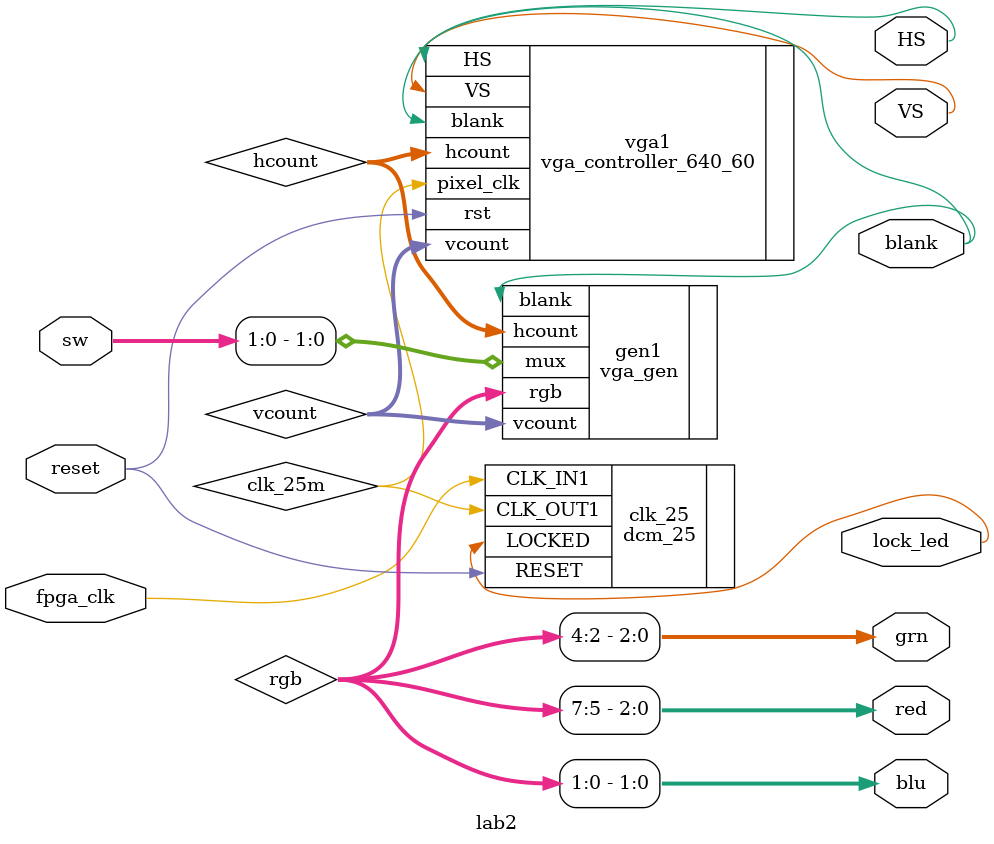
<source format=v>
`timescale 1ns / 1ps
module lab2(
    input [7:0] sw,
	 input fpga_clk,
	 input reset,
    //output [6:0] seg,
    //output [3:0] anode,
	 output HS,
	 output VS,

	 output [2:0] red,
	 output [2:0] grn,
	 output [1:0] blu,
	 output blank,
	 output lock_led
    );
	 
	 wire clk_25m;
	 /*assign red =  blank ? 3'b0 : sw[2:0];
	 assign grn = blank ? 3'b0 : sw[5:3];
	 assign blu = blank ? 2'b00 : sw[7:6];*/
	 
  dcm_25 clk_25
   (// Clock in ports
    .CLK_IN1(fpga_clk),      // IN
    // Clock out ports
    .CLK_OUT1(clk_25m),     // OUT
    // Status and control signals
    .RESET(reset),// IN
    .LOCKED(lock_led));      // OUT
	 
	 wire [10:0] hcount;
	 wire [10:0] vcount;
	 wire [7:0] rgb;
	 //seven_seg s1 (.in({in2, sw}), .seg(seg), .anodes(anode), .clk(clk_25m));
	 vga_controller_640_60 vga1 (.rst(reset), .pixel_clk(clk_25m), .HS(HS), .VS(VS), .hcount(hcount), .vcount(vcount), .blank(blank));
	 vga_gen gen1 (.hcount(hcount), .vcount(vcount), .blank(blank), .rgb(rgb), .mux (sw[1:0]));
	 
	 assign red = rgb[7:5];
	 assign grn = rgb[4:2];
	 assign blu = rgb[1:0];


endmodule

</source>
